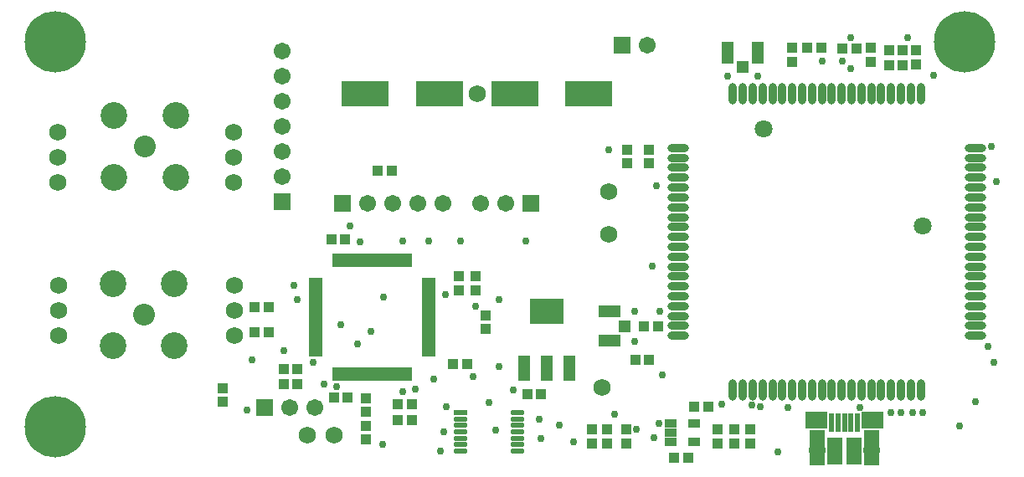
<source format=gts>
G04 Layer_Color=8388736*
%FSLAX24Y24*%
%MOIN*%
G70*
G01*
G75*
%ADD55R,0.0198X0.0552*%
%ADD56R,0.0552X0.0198*%
%ADD57R,0.0434X0.0395*%
%ADD58C,0.0680*%
%ADD59R,0.0395X0.0434*%
%ADD60O,0.0576X0.0222*%
%ADD61R,0.0576X0.0222*%
%ADD62R,0.1871X0.0986*%
%ADD63R,0.0513X0.0336*%
%ADD64R,0.0592X0.1419*%
%ADD65R,0.0641X0.1064*%
%ADD66R,0.0237X0.0769*%
%ADD67R,0.0474X0.0867*%
%ADD68R,0.0474X0.0474*%
%ADD69R,0.0867X0.0474*%
%ADD70R,0.0474X0.0474*%
%ADD71R,0.0474X0.1025*%
%ADD72R,0.1379X0.1025*%
%ADD73O,0.0867X0.0316*%
%ADD74O,0.0316X0.0867*%
%ADD75C,0.0300*%
%ADD76R,0.0671X0.0671*%
%ADD77C,0.0671*%
%ADD78C,0.0710*%
%ADD79C,0.2442*%
%ADD80R,0.0671X0.0671*%
%ADD81C,0.1064*%
%ADD82C,0.0867*%
%ADD83R,0.0867X0.0655*%
%ADD84C,0.0552*%
D55*
X12724Y8214D02*
D03*
X12920D02*
D03*
X13314D02*
D03*
X13117D02*
D03*
X13905D02*
D03*
X14102D02*
D03*
X13708D02*
D03*
X13511D02*
D03*
X15086D02*
D03*
X15283D02*
D03*
X15676D02*
D03*
X15480D02*
D03*
X14692D02*
D03*
X14889D02*
D03*
X14495D02*
D03*
X14298D02*
D03*
Y3686D02*
D03*
X14495D02*
D03*
X14889D02*
D03*
X14692D02*
D03*
X15480D02*
D03*
X15676D02*
D03*
X15283D02*
D03*
X15086D02*
D03*
X13511D02*
D03*
X13708D02*
D03*
X14102D02*
D03*
X13905D02*
D03*
X13117D02*
D03*
X13314D02*
D03*
X12920D02*
D03*
X12724D02*
D03*
D56*
X16464Y7426D02*
D03*
Y7230D02*
D03*
Y7033D02*
D03*
Y6836D02*
D03*
Y6048D02*
D03*
Y6245D02*
D03*
Y6442D02*
D03*
Y6639D02*
D03*
Y5064D02*
D03*
Y4867D02*
D03*
Y4670D02*
D03*
Y4474D02*
D03*
Y5261D02*
D03*
Y5458D02*
D03*
Y5655D02*
D03*
Y5852D02*
D03*
X11936D02*
D03*
Y5655D02*
D03*
Y5458D02*
D03*
Y5261D02*
D03*
Y4474D02*
D03*
Y4670D02*
D03*
Y4867D02*
D03*
Y5064D02*
D03*
Y6639D02*
D03*
Y6442D02*
D03*
Y6245D02*
D03*
Y6048D02*
D03*
Y6836D02*
D03*
Y7033D02*
D03*
Y7230D02*
D03*
Y7426D02*
D03*
D57*
X13950Y1626D02*
D03*
Y1074D02*
D03*
X13950Y2174D02*
D03*
Y2726D02*
D03*
X29250Y924D02*
D03*
Y1476D02*
D03*
X35850Y16576D02*
D03*
Y16024D02*
D03*
X34050Y16124D02*
D03*
Y16676D02*
D03*
X30900Y16676D02*
D03*
Y16124D02*
D03*
X18700Y6026D02*
D03*
Y5474D02*
D03*
X8250Y3126D02*
D03*
Y2574D02*
D03*
X22950Y924D02*
D03*
Y1476D02*
D03*
X27950Y1476D02*
D03*
Y924D02*
D03*
X28600Y1476D02*
D03*
Y924D02*
D03*
X24350Y12074D02*
D03*
Y12626D02*
D03*
X25200Y12074D02*
D03*
Y12626D02*
D03*
X18300Y7024D02*
D03*
Y7576D02*
D03*
X17650Y7024D02*
D03*
Y7576D02*
D03*
X23550Y924D02*
D03*
Y1476D02*
D03*
X24300Y924D02*
D03*
Y1476D02*
D03*
D58*
X23350Y3150D02*
D03*
X11600Y1250D02*
D03*
X12674D02*
D03*
X8679Y12332D02*
D03*
Y13332D02*
D03*
Y11332D02*
D03*
X1679Y13332D02*
D03*
Y12332D02*
D03*
Y11332D02*
D03*
X1703Y5232D02*
D03*
Y6232D02*
D03*
Y7232D02*
D03*
X8703Y5232D02*
D03*
Y7232D02*
D03*
Y6232D02*
D03*
X23600Y10950D02*
D03*
Y9250D02*
D03*
X18375Y14850D02*
D03*
D59*
X34774Y16000D02*
D03*
X35326D02*
D03*
X34774Y16600D02*
D03*
X35326D02*
D03*
X14976Y11800D02*
D03*
X14424D02*
D03*
X33476Y16650D02*
D03*
X32924D02*
D03*
X31524Y16700D02*
D03*
X32076D02*
D03*
X9524Y6350D02*
D03*
X10076D02*
D03*
X9524Y5350D02*
D03*
X10076D02*
D03*
X11226Y3900D02*
D03*
X10674D02*
D03*
X11226Y3300D02*
D03*
X10674D02*
D03*
X12674Y2750D02*
D03*
X13226D02*
D03*
X15776Y1850D02*
D03*
X15224D02*
D03*
X15224Y2500D02*
D03*
X15776D02*
D03*
X17424Y4100D02*
D03*
X17976D02*
D03*
X20374Y2900D02*
D03*
X20926D02*
D03*
X24674Y4250D02*
D03*
X25226D02*
D03*
X26224Y350D02*
D03*
X26776D02*
D03*
X27576Y2400D02*
D03*
X27024D02*
D03*
X13126Y9050D02*
D03*
X12574D02*
D03*
X25576Y5600D02*
D03*
X25024D02*
D03*
D60*
X19983Y615D02*
D03*
Y870D02*
D03*
Y1126D02*
D03*
Y1382D02*
D03*
Y1638D02*
D03*
Y1894D02*
D03*
Y2150D02*
D03*
X17700Y615D02*
D03*
Y870D02*
D03*
Y1126D02*
D03*
Y1382D02*
D03*
Y1638D02*
D03*
Y1894D02*
D03*
D61*
Y2150D02*
D03*
D62*
X13924Y14850D02*
D03*
X16876D02*
D03*
X22826D02*
D03*
X19874D02*
D03*
D63*
X26078Y1724D02*
D03*
Y1350D02*
D03*
Y976D02*
D03*
X27022D02*
D03*
Y1724D02*
D03*
D64*
X31927Y748D02*
D03*
X34073D02*
D03*
D65*
X32626Y620D02*
D03*
X33374D02*
D03*
D66*
X32488Y1762D02*
D03*
X32744D02*
D03*
X33000D02*
D03*
X33256D02*
D03*
X33512D02*
D03*
D67*
X29541Y16500D02*
D03*
X28359D02*
D03*
D68*
X28950Y15909D02*
D03*
D69*
X23650Y6191D02*
D03*
Y5009D02*
D03*
D70*
X24241Y5600D02*
D03*
D71*
X20244Y3908D02*
D03*
X21150D02*
D03*
X22056D02*
D03*
D72*
X21150Y6192D02*
D03*
D73*
X26394Y5210D02*
D03*
Y5604D02*
D03*
Y6391D02*
D03*
Y5997D02*
D03*
Y7572D02*
D03*
Y7966D02*
D03*
Y7178D02*
D03*
Y6785D02*
D03*
Y8753D02*
D03*
Y8359D02*
D03*
Y12296D02*
D03*
Y12690D02*
D03*
Y10722D02*
D03*
Y11115D02*
D03*
Y11903D02*
D03*
Y11509D02*
D03*
Y9934D02*
D03*
Y10328D02*
D03*
Y9541D02*
D03*
Y9147D02*
D03*
X38206D02*
D03*
Y9541D02*
D03*
Y10328D02*
D03*
Y9934D02*
D03*
Y11509D02*
D03*
Y11903D02*
D03*
Y11115D02*
D03*
Y10722D02*
D03*
Y12690D02*
D03*
Y12296D02*
D03*
Y8359D02*
D03*
Y8753D02*
D03*
Y6785D02*
D03*
Y7178D02*
D03*
Y7966D02*
D03*
Y7572D02*
D03*
Y5997D02*
D03*
Y6391D02*
D03*
Y5604D02*
D03*
Y5210D02*
D03*
D74*
X32103Y14856D02*
D03*
X31709D02*
D03*
X31316D02*
D03*
X30922D02*
D03*
X30528D02*
D03*
X30135D02*
D03*
X29741D02*
D03*
X29347D02*
D03*
X28954D02*
D03*
X28560D02*
D03*
X32497D02*
D03*
X32891D02*
D03*
X33284D02*
D03*
X33678D02*
D03*
X34072D02*
D03*
X34465D02*
D03*
X34859D02*
D03*
X35253D02*
D03*
X35646D02*
D03*
X36040D02*
D03*
Y3044D02*
D03*
X35646D02*
D03*
X35253D02*
D03*
X34859D02*
D03*
X34465D02*
D03*
X34072D02*
D03*
X33678D02*
D03*
X33284D02*
D03*
X32891D02*
D03*
X32497D02*
D03*
X28560D02*
D03*
X28954D02*
D03*
X29347D02*
D03*
X29741D02*
D03*
X30135D02*
D03*
X30528D02*
D03*
X30922D02*
D03*
X31316D02*
D03*
X31709D02*
D03*
X32103D02*
D03*
D75*
X14600Y900D02*
D03*
X12294Y3300D02*
D03*
X11850Y4150D02*
D03*
X33250Y17100D02*
D03*
Y15850D02*
D03*
X30350Y600D02*
D03*
X23850Y2100D02*
D03*
X19250Y4000D02*
D03*
X18200Y3600D02*
D03*
X39050Y11350D02*
D03*
X38845Y12745D02*
D03*
X36550Y15600D02*
D03*
X11069Y7232D02*
D03*
X12955Y5655D02*
D03*
X9400Y4250D02*
D03*
X13600Y4900D02*
D03*
X14150Y5400D02*
D03*
X15900Y3100D02*
D03*
X16650Y3500D02*
D03*
X38950Y4150D02*
D03*
X38700Y4800D02*
D03*
X38200Y2600D02*
D03*
X37574Y1626D02*
D03*
X34859Y2159D02*
D03*
X35250Y2150D02*
D03*
X35700D02*
D03*
X36100D02*
D03*
X30750Y2350D02*
D03*
X29650Y2400D02*
D03*
X29300Y2450D02*
D03*
X25750Y3650D02*
D03*
X25650Y6200D02*
D03*
X25500Y11200D02*
D03*
X29550Y15550D02*
D03*
X28359D02*
D03*
X32900Y16150D02*
D03*
X22200Y1000D02*
D03*
X21650Y1650D02*
D03*
X25350Y8000D02*
D03*
X32100Y16150D02*
D03*
X18850Y2550D02*
D03*
X19250Y6650D02*
D03*
X20300Y9000D02*
D03*
X17700D02*
D03*
X16450D02*
D03*
X15400D02*
D03*
X14650Y6750D02*
D03*
X19800Y3050D02*
D03*
X25400Y1150D02*
D03*
X25624Y1724D02*
D03*
X24724Y1476D02*
D03*
X28100Y2500D02*
D03*
X33600Y2350D02*
D03*
X35500Y17100D02*
D03*
X23624Y12626D02*
D03*
X13700Y8950D02*
D03*
X19100Y1450D02*
D03*
X20850Y1900D02*
D03*
X20926Y1126D02*
D03*
X17150Y2400D02*
D03*
X17050Y1400D02*
D03*
X16915Y615D02*
D03*
X9200Y2250D02*
D03*
X11211Y6639D02*
D03*
X10674Y4624D02*
D03*
X24641Y6191D02*
D03*
X24650Y5000D02*
D03*
X17100Y6850D02*
D03*
X18300Y6400D02*
D03*
X13300Y9600D02*
D03*
X12797Y3197D02*
D03*
X15400Y3000D02*
D03*
X32100Y2800D02*
D03*
D76*
X9900Y2350D02*
D03*
X20500Y10500D02*
D03*
X13000D02*
D03*
X24150Y16800D02*
D03*
D77*
X10900Y2350D02*
D03*
X11900D02*
D03*
X10600Y16550D02*
D03*
Y15550D02*
D03*
Y14550D02*
D03*
Y13550D02*
D03*
Y11550D02*
D03*
Y12550D02*
D03*
X19500Y10500D02*
D03*
X18500D02*
D03*
X17000D02*
D03*
X16000D02*
D03*
X15000D02*
D03*
X14000D02*
D03*
X25150Y16800D02*
D03*
X31927Y650D02*
D03*
X34073D02*
D03*
D78*
X29781Y13453D02*
D03*
X36100Y9594D02*
D03*
D79*
X37795Y16929D02*
D03*
X1575Y1575D02*
D03*
Y16929D02*
D03*
D80*
X10600Y10550D02*
D03*
D81*
X6330Y4820D02*
D03*
X3870D02*
D03*
X6330Y7280D02*
D03*
X3870D02*
D03*
X6380Y13980D02*
D03*
Y11520D02*
D03*
X3920Y13980D02*
D03*
Y11520D02*
D03*
D82*
X5100Y6050D02*
D03*
X5150Y12750D02*
D03*
D83*
X34112Y1843D02*
D03*
X31888D02*
D03*
D84*
X33955D02*
D03*
X32045D02*
D03*
M02*

</source>
